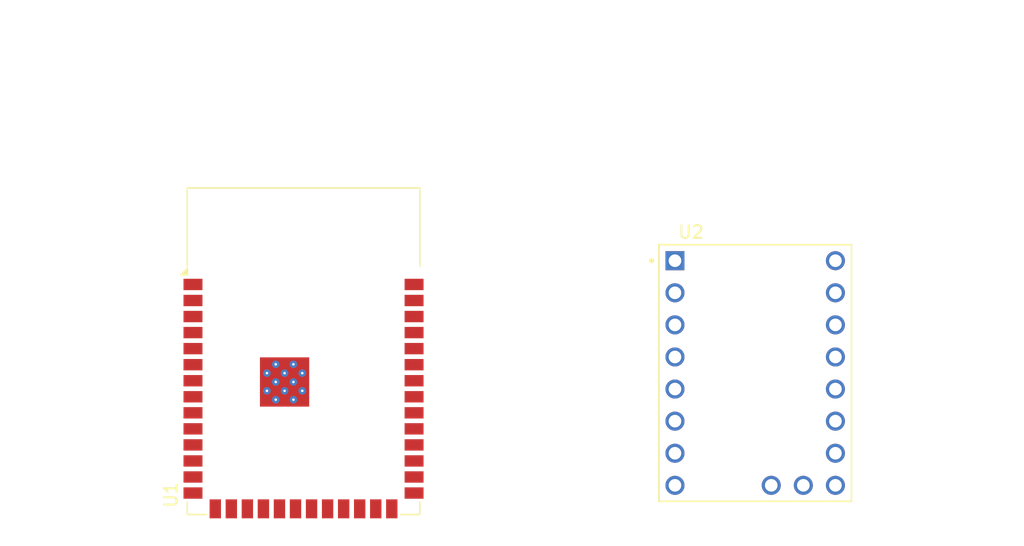
<source format=kicad_pcb>
(kicad_pcb (version 20241229) (generator "pcbnew") (generator_version "9.0")
  (layers (0 "F.Cu" signal) (2 "B.Cu" signal) (13 "F.Paste" user) (15 "B.Paste" user) (5 "F.SilkS" user "F.Silkscreen") (7 "B.SilkS" user "B.Silkscreen") (1 "F.Mask" user) (3 "B.Mask" user) (25 "Edge.Cuts" user))
  (net 0 "")
  (net 6 "Net-(U1-GND-Pad1)")
  (net 41 "Net-(U2-GND-Pad1)")
  (footprint "RF_Module:ESP32-S3-WROOM-1" (layer "F.Cu") (at 94.75 91.75)
    (property "Reference" "U1" (at -10.5 11.4 90) (layer "F.SilkS"))
    (property "Value" "ESP32-S3-WROOM-1")
    (fp_line (start -9.2 -12.9) (end -9.2 -6.7) (stroke (width 0.12)) (layer "F.SilkS"))
    (fp_line (start -9.2 -12.9) (end 9.2 -12.9) (stroke (width 0.12)) (layer "F.SilkS"))
    (fp_line (start -9.2 11.95) (end -9.2 12.95) (stroke (width 0.12)) (layer "F.SilkS"))
    (fp_line (start -9.2 12.95) (end -7.7 12.95) (stroke (width 0.12)) (layer "F.SilkS"))
    (fp_line (start 9.2 -12.9) (end 9.2 -6.7) (stroke (width 0.12)) (layer "F.SilkS"))
    (fp_line (start 9.2 12.95) (end 7.7 12.95) (stroke (width 0.12)) (layer "F.SilkS"))
    (fp_line (start 9.2 12.95) (end 9.2 11.95) (stroke (width 0.12)) (layer "F.SilkS"))
    (fp_poly (pts (xy -9.2 -6.025) (xy -9.7 -6.025) (xy -9.2 -6.525) (xy -9.2 -6.025)) (stroke (width 0.12)) (fill yes) (layer "F.SilkS"))
    (pad "1" smd rect (at -8.75 -5.26) (size 1.5 0.9) (layers "F.Cu" "F.Mask" "F.Paste") (net 6 "Net-(U1-GND-Pad1)"))
    (pad "2" smd rect (at -8.75 -3.99) (size 1.5 0.9) (layers "F.Cu" "F.Mask" "F.Paste"))
    (pad "3" smd rect (at -8.75 -2.72) (size 1.5 0.9) (layers "F.Cu" "F.Mask" "F.Paste"))
    (pad "4" smd rect (at -8.75 -1.45) (size 1.5 0.9) (layers "F.Cu" "F.Mask" "F.Paste"))
    (pad "5" smd rect (at -8.75 -0.18) (size 1.5 0.9) (layers "F.Cu" "F.Mask" "F.Paste"))
    (pad "6" smd rect (at -8.75 1.09) (size 1.5 0.9) (layers "F.Cu" "F.Mask" "F.Paste"))
    (pad "7" smd rect (at -8.75 2.36) (size 1.5 0.9) (layers "F.Cu" "F.Mask" "F.Paste"))
    (pad "8" smd rect (at -8.75 3.63) (size 1.5 0.9) (layers "F.Cu" "F.Mask" "F.Paste"))
    (pad "9" smd rect (at -8.75 4.9) (size 1.5 0.9) (layers "F.Cu" "F.Mask" "F.Paste"))
    (pad "10" smd rect (at -8.75 6.17) (size 1.5 0.9) (layers "F.Cu" "F.Mask" "F.Paste"))
    (pad "11" smd rect (at -8.75 7.44) (size 1.5 0.9) (layers "F.Cu" "F.Mask" "F.Paste"))
    (pad "12" smd rect (at -8.75 8.71) (size 1.5 0.9) (layers "F.Cu" "F.Mask" "F.Paste"))
    (pad "13" smd rect (at -8.75 9.98) (size 1.5 0.9) (layers "F.Cu" "F.Mask" "F.Paste"))
    (pad "14" smd rect (at -8.75 11.25 180) (size 1.5 0.9) (layers "F.Cu" "F.Mask" "F.Paste"))
    (pad "15" smd rect (at -6.985 12.5 270) (size 1.5 0.9) (layers "F.Cu" "F.Mask" "F.Paste"))
    (pad "16" smd rect (at -5.715 12.5 270) (size 1.5 0.9) (layers "F.Cu" "F.Mask" "F.Paste"))
    (pad "17" smd rect (at -4.445 12.5 270) (size 1.5 0.9) (layers "F.Cu" "F.Mask" "F.Paste"))
    (pad "18" smd rect (at -3.175 12.5 270) (size 1.5 0.9) (layers "F.Cu" "F.Mask" "F.Paste"))
    (pad "19" smd rect (at -1.905 12.5 270) (size 1.5 0.9) (layers "F.Cu" "F.Mask" "F.Paste"))
    (pad "20" smd rect (at -0.635 12.5 270) (size 1.5 0.9) (layers "F.Cu" "F.Mask" "F.Paste"))
    (pad "21" smd rect (at 0.635 12.5 270) (size 1.5 0.9) (layers "F.Cu" "F.Mask" "F.Paste"))
    (pad "22" smd rect (at 1.905 12.5 270) (size 1.5 0.9) (layers "F.Cu" "F.Mask" "F.Paste"))
    (pad "23" smd rect (at 3.175 12.5 270) (size 1.5 0.9) (layers "F.Cu" "F.Mask" "F.Paste"))
    (pad "24" smd rect (at 4.445 12.5 270) (size 1.5 0.9) (layers "F.Cu" "F.Mask" "F.Paste"))
    (pad "25" smd rect (at 5.715 12.5 270) (size 1.5 0.9) (layers "F.Cu" "F.Mask" "F.Paste"))
    (pad "26" smd rect (at 6.985 12.5 270) (size 1.5 0.9) (layers "F.Cu" "F.Mask" "F.Paste"))
    (pad "27" smd rect (at 8.75 11.25) (size 1.5 0.9) (layers "F.Cu" "F.Mask" "F.Paste"))
    (pad "28" smd rect (at 8.75 9.98) (size 1.5 0.9) (layers "F.Cu" "F.Mask" "F.Paste"))
    (pad "29" smd rect (at 8.75 8.71) (size 1.5 0.9) (layers "F.Cu" "F.Mask" "F.Paste"))
    (pad "30" smd rect (at 8.75 7.44) (size 1.5 0.9) (layers "F.Cu" "F.Mask" "F.Paste"))
    (pad "31" smd rect (at 8.75 6.17) (size 1.5 0.9) (layers "F.Cu" "F.Mask" "F.Paste"))
    (pad "32" smd rect (at 8.75 4.9) (size 1.5 0.9) (layers "F.Cu" "F.Mask" "F.Paste"))
    (pad "33" smd rect (at 8.75 3.63) (size 1.5 0.9) (layers "F.Cu" "F.Mask" "F.Paste"))
    (pad "34" smd rect (at 8.75 2.36) (size 1.5 0.9) (layers "F.Cu" "F.Mask" "F.Paste"))
    (pad "35" smd rect (at 8.75 1.09) (size 1.5 0.9) (layers "F.Cu" "F.Mask" "F.Paste"))
    (pad "36" smd rect (at 8.75 -0.18) (size 1.5 0.9) (layers "F.Cu" "F.Mask" "F.Paste"))
    (pad "37" smd rect (at 8.75 -1.45) (size 1.5 0.9) (layers "F.Cu" "F.Mask" "F.Paste"))
    (pad "38" smd rect (at 8.75 -2.72) (size 1.5 0.9) (layers "F.Cu" "F.Mask" "F.Paste"))
    (pad "39" smd rect (at 8.75 -3.99) (size 1.5 0.9) (layers "F.Cu" "F.Mask" "F.Paste"))
    (pad "40" smd rect (at 8.75 -5.26) (size 1.5 0.9) (layers "F.Cu" "F.Mask" "F.Paste") (net 6 "Net-(U1-GND-Pad1)"))
    (pad "41" thru_hole circle (at -2.9 1.76 90) (size 0.6 0.6) (drill 0.2) (property pad_prop_heatsink) (layers "*.Cu" "F.Mask") (net 6 "Net-(U1-GND-Pad1)"))
    (pad "41" thru_hole circle (at -2.9 3.16) (size 0.6 0.6) (drill 0.2) (property pad_prop_heatsink) (layers "*.Cu" "F.Mask") (net 6 "Net-(U1-GND-Pad1)"))
    (pad "41" thru_hole circle (at -2.2 1.06) (size 0.6 0.6) (drill 0.2) (property pad_prop_heatsink) (layers "*.Cu" "F.Mask") (net 6 "Net-(U1-GND-Pad1)"))
    (pad "41" thru_hole circle (at -2.2 2.46) (size 0.6 0.6) (drill 0.2) (property pad_prop_heatsink) (layers "*.Cu" "F.Mask") (net 6 "Net-(U1-GND-Pad1)"))
    (pad "41" thru_hole circle (at -2.2 3.86) (size 0.6 0.6) (drill 0.2) (property pad_prop_heatsink) (layers "*.Cu" "F.Mask") (net 6 "Net-(U1-GND-Pad1)"))
    (pad "41" thru_hole circle (at -1.5 1.76) (size 0.6 0.6) (drill 0.2) (property pad_prop_heatsink) (layers "*.Cu" "F.Mask") (net 6 "Net-(U1-GND-Pad1)"))
    (pad "41" smd rect (at -1.5 2.46 270) (size 3.9 3.9) (property pad_prop_heatsink) (layers "F.Cu" "F.Mask") (net 6 "Net-(U1-GND-Pad1)"))
    (pad "41" thru_hole circle (at -1.5 3.16) (size 0.6 0.6) (drill 0.2) (property pad_prop_heatsink) (layers "*.Cu" "F.Mask") (net 6 "Net-(U1-GND-Pad1)"))
    (pad "41" thru_hole circle (at -0.8 1.06) (size 0.6 0.6) (drill 0.2) (property pad_prop_heatsink) (layers "*.Cu" "F.Mask") (net 6 "Net-(U1-GND-Pad1)"))
    (pad "41" thru_hole circle (at -0.8 2.46) (size 0.6 0.6) (drill 0.2) (property pad_prop_heatsink) (layers "*.Cu" "F.Mask") (net 6 "Net-(U1-GND-Pad1)"))
    (pad "41" thru_hole circle (at -0.8 3.86) (size 0.6 0.6) (drill 0.2) (property pad_prop_heatsink) (layers "*.Cu" "F.Mask") (net 6 "Net-(U1-GND-Pad1)"))
    (pad "41" thru_hole circle (at -0.1 1.76) (size 0.6 0.6) (drill 0.2) (property pad_prop_heatsink) (layers "*.Cu" "F.Mask") (net 6 "Net-(U1-GND-Pad1)"))
    (pad "41" thru_hole circle (at -0.1 3.16) (size 0.6 0.6) (drill 0.2) (property pad_prop_heatsink) (layers "*.Cu" "F.Mask") (net 6 "Net-(U1-GND-Pad1)"))
  )
  (footprint "Module:TMC2209_devboard" (layer "F.Cu") (at 130.5 93.5)
    (property "Reference" "U2" (at -5.075 -11.155 0) (layer "F.SilkS"))
    (property "Value" "TMC2209_SILENTSTEPSTICK")
    (fp_line (start -7.62 -10.16) (end 7.62 -10.16) (stroke (width 0.127)) (layer "F.SilkS"))
    (fp_line (start -7.62 10.16) (end -7.62 -10.16) (stroke (width 0.127)) (layer "F.SilkS"))
    (fp_line (start 7.62 -10.16) (end 7.62 10.16) (stroke (width 0.127)) (layer "F.SilkS"))
    (fp_line (start 7.62 10.16) (end -7.62 10.16) (stroke (width 0.127)) (layer "F.SilkS"))
    (fp_circle (center -8.2 -8.89) (end -8.1 -8.89) (stroke (width 0.2)) (fill no) (layer "F.SilkS"))
    (pad "1" thru_hole rect (at -6.35 -8.89) (size 1.508 1.508) (drill 1) (layers "*.Cu" "*.Mask") (net 41 "Net-(U2-GND-Pad1)"))
    (pad "2" thru_hole circle (at -6.35 -6.35) (size 1.508 1.508) (drill 1) (layers "*.Cu" "*.Mask"))
    (pad "3" thru_hole circle (at -6.35 -3.81) (size 1.508 1.508) (drill 1) (layers "*.Cu" "*.Mask"))
    (pad "4" thru_hole circle (at -6.35 -1.27) (size 1.508 1.508) (drill 1) (layers "*.Cu" "*.Mask"))
    (pad "5" thru_hole circle (at -6.35 1.27) (size 1.508 1.508) (drill 1) (layers "*.Cu" "*.Mask"))
    (pad "6" thru_hole circle (at -6.35 3.81) (size 1.508 1.508) (drill 1) (layers "*.Cu" "*.Mask"))
    (pad "7" thru_hole circle (at -6.35 6.35) (size 1.508 1.508) (drill 1) (layers "*.Cu" "*.Mask") (net 41 "Net-(U2-GND-Pad1)"))
    (pad "8" thru_hole circle (at -6.35 8.89) (size 1.508 1.508) (drill 1) (layers "*.Cu" "*.Mask"))
    (pad "9" thru_hole circle (at 6.35 -8.89) (size 1.508 1.508) (drill 1) (layers "*.Cu" "*.Mask"))
    (pad "10" thru_hole circle (at 6.35 -6.35) (size 1.508 1.508) (drill 1) (layers "*.Cu" "*.Mask"))
    (pad "11" thru_hole circle (at 6.35 -3.81) (size 1.508 1.508) (drill 1) (layers "*.Cu" "*.Mask"))
    (pad "12" thru_hole circle (at 6.35 -1.27) (size 1.508 1.508) (drill 1) (layers "*.Cu" "*.Mask"))
    (pad "13" thru_hole circle (at 6.35 1.27) (size 1.508 1.508) (drill 1) (layers "*.Cu" "*.Mask"))
    (pad "14" thru_hole circle (at 6.35 3.81) (size 1.508 1.508) (drill 1) (layers "*.Cu" "*.Mask"))
    (pad "15" thru_hole circle (at 6.35 6.35) (size 1.508 1.508) (drill 1) (layers "*.Cu" "*.Mask"))
    (pad "16" thru_hole circle (at 6.35 8.89) (size 1.508 1.508) (drill 1) (layers "*.Cu" "*.Mask"))
    (pad "17" thru_hole circle (at 1.27 8.89) (size 1.508 1.508) (drill 1) (layers "*.Cu" "*.Mask"))
    (pad "18" thru_hole circle (at 3.81 8.89) (size 1.508 1.508) (drill 1) (layers "*.Cu" "*.Mask"))
  )
)
</source>
